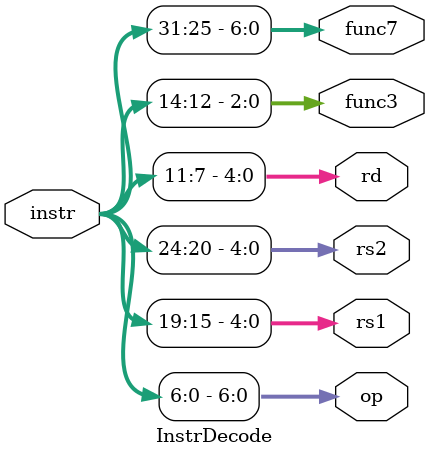
<source format=v>
module InstrDecode (
    input   [31:0]  instr,
    output  [6:0]   op,
    output  [4:0]   rs1,
    output  [4:0]   rs2,
    output  [4:0]   rd,
    output  [2:0]   func3,
    output  [6:0]   func7
);

assign op       = instr[6:0];
assign rs1      = instr[19:15];
assign rs2      = instr[24:20];
assign rd       = instr[11:7];
assign func3    = instr[14:12];
assign func7    = instr[31:25];


endmodule //InstrEncode
</source>
